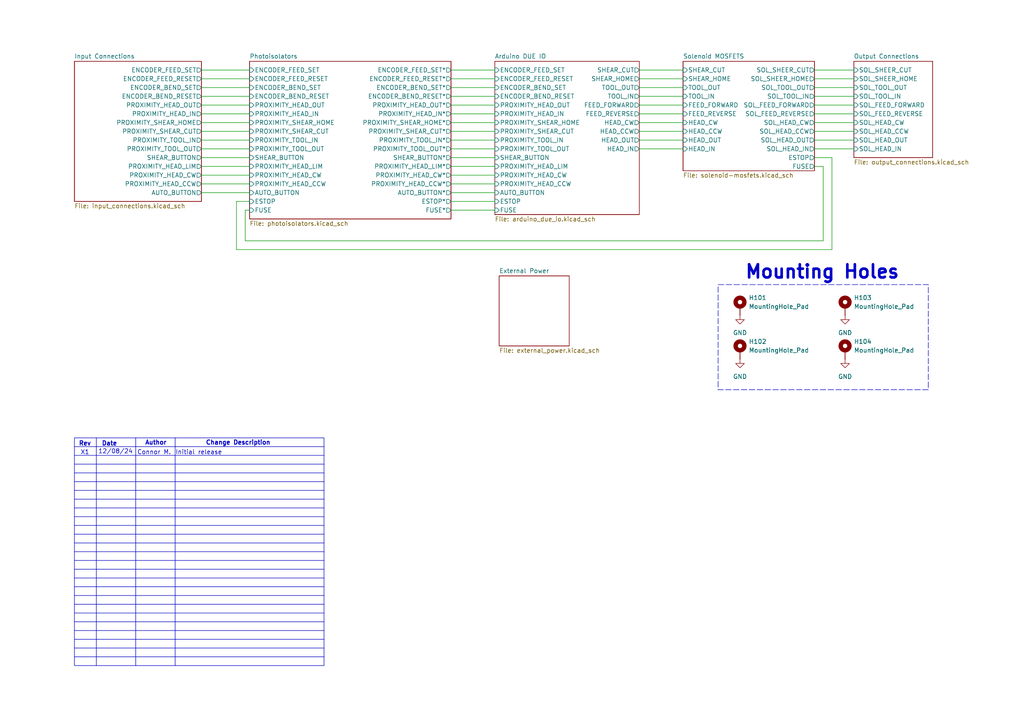
<source format=kicad_sch>
(kicad_sch (version 20231120) (generator "eeschema") (generator_version "8.0")
  (paper "A4")
  (title_block (title "MEP MAXI 85V-1 REV 2 Interface Board") (date "2024-12-08") (rev "X1") (company "McMillan Enterprises") (comment 1 "Firmware: John Gilcreast (johngilcreast@gmail.com)") (comment 2 "Hardware: Connor McMillan (connor@mcmillan.website)"))
  (lib_symbols
    (symbol "Mechanical:MountingHole_Pad" (pin_numbers hide) (pin_names (offset 1.016) hide) (exclude_from_sim yes) (in_bom no)
      (property "Reference" "H" (at 0 6.35 0))
      (property "Value" "MountingHole_Pad" (at 0 4.445 0))
      (symbol "MountingHole_Pad_0_1"
        (circle (center 0 1.27) (radius 1.27) (stroke (width 1.27)))
      )
      (symbol "MountingHole_Pad_1_1"
        (pin input line (at 0 -2.54 90) (length 2.54) (name "1") (number "1"))
      )
    )
    (symbol "power:GND" (power) (pin_numbers hide) (pin_names (offset 0) hide)
      (property "Value" "GND" (at 0 -3.81 0))
      (symbol "GND_0_1"
        (polyline (pts (xy 0 0) (xy 0 -1.27) (xy 1.27 -1.27) (xy 0 -2.54) (xy -1.27 -1.27) (xy 0 -1.27)))
      )
      (symbol "GND_1_1"
        (pin power_in line (at 0 0 270) (length 0) (name "~") (number "1"))
      )
    )
  )
  (wire (pts (xy 185.42 20.32) (xy 198.12 20.32)))
  (polyline (pts (xy 21.59 149.86) (xy 93.98 149.86)))
  (wire (pts (xy 185.42 43.18) (xy 198.12 43.18)))
  (wire (pts (xy 58.42 55.88) (xy 72.39 55.88)))
  (polyline (pts (xy 21.59 160.02) (xy 93.98 160.02)))
  (wire (pts (xy 130.81 40.64) (xy 143.51 40.64)))
  (wire (pts (xy 236.22 43.18) (xy 247.65 43.18)))
  (polyline (pts (xy 21.59 132.08) (xy 93.98 132.08)))
  (wire (pts (xy 236.22 22.86) (xy 247.65 22.86)))
  (wire (pts (xy 241.3 45.72) (xy 241.3 72.39)))
  (polyline (pts (xy 21.59 147.32) (xy 93.98 147.32)))
  (polyline (pts (xy 21.59 144.78) (xy 93.98 144.78)))
  (polyline (pts (xy 21.59 177.8) (xy 93.98 177.8)))
  (polyline (pts (xy 21.59 129.54) (xy 93.98 129.54)))
  (wire (pts (xy 241.3 72.39) (xy 68.58 72.39)))
  (wire (pts (xy 185.42 33.02) (xy 198.12 33.02)))
  (wire (pts (xy 68.58 72.39) (xy 68.58 58.42)))
  (polyline (pts (xy 21.59 175.26) (xy 93.98 175.26)))
  (wire (pts (xy 58.42 53.34) (xy 72.39 53.34)))
  (wire (pts (xy 185.42 25.4) (xy 198.12 25.4)))
  (polyline (pts (xy 21.59 170.18) (xy 93.98 170.18)))
  (polyline (pts (xy 21.59 139.7) (xy 93.98 139.7)))
  (wire (pts (xy 236.22 27.94) (xy 247.65 27.94)))
  (wire (pts (xy 58.42 43.18) (xy 72.39 43.18)))
  (wire (pts (xy 130.81 22.86) (xy 143.51 22.86)))
  (wire (pts (xy 130.81 58.42) (xy 143.51 58.42)))
  (wire (pts (xy 185.42 22.86) (xy 198.12 22.86)))
  (wire (pts (xy 130.81 43.18) (xy 143.51 43.18)))
  (wire (pts (xy 130.81 38.1) (xy 143.51 38.1)))
  (polyline (pts (xy 21.59 180.34) (xy 93.98 180.34)))
  (wire (pts (xy 58.42 38.1) (xy 72.39 38.1)))
  (wire (pts (xy 130.81 35.56) (xy 143.51 35.56)))
  (polyline (pts (xy 21.59 187.96) (xy 93.98 187.96)))
  (wire (pts (xy 236.22 30.48) (xy 247.65 30.48)))
  (polyline (pts (xy 21.59 154.94) (xy 93.98 154.94)))
  (wire (pts (xy 236.22 25.4) (xy 247.65 25.4)))
  (wire (pts (xy 238.76 69.85) (xy 71.12 69.85)))
  (polyline (pts (xy 39.37 127) (xy 39.37 193.04)))
  (wire (pts (xy 58.42 45.72) (xy 72.39 45.72)))
  (wire (pts (xy 185.42 27.94) (xy 198.12 27.94)))
  (wire (pts (xy 58.42 25.4) (xy 72.39 25.4)))
  (polyline (pts (xy 21.59 165.1) (xy 93.98 165.1)))
  (polyline (pts (xy 21.59 172.72) (xy 93.98 172.72)))
  (wire (pts (xy 58.42 20.32) (xy 72.39 20.32)))
  (wire (pts (xy 68.58 58.42) (xy 72.39 58.42)))
  (wire (pts (xy 58.42 50.8) (xy 72.39 50.8)))
  (wire (pts (xy 58.42 22.86) (xy 72.39 22.86)))
  (polyline (pts (xy 21.59 167.64) (xy 93.98 167.64)))
  (polyline (pts (xy 21.59 162.56) (xy 93.98 162.56)))
  (wire (pts (xy 130.81 48.26) (xy 143.51 48.26)))
  (wire (pts (xy 236.22 48.26) (xy 238.76 48.26)))
  (polyline (pts (xy 21.59 137.16) (xy 93.98 137.16)))
  (wire (pts (xy 236.22 20.32) (xy 247.65 20.32)))
  (wire (pts (xy 130.81 53.34) (xy 143.51 53.34)))
  (wire (pts (xy 58.42 27.94) (xy 72.39 27.94)))
  (polyline (pts (xy 27.94 127) (xy 27.94 193.04)))
  (wire (pts (xy 130.81 27.94) (xy 143.51 27.94)))
  (polyline (pts (xy 21.59 142.24) (xy 93.98 142.24)))
  (wire (pts (xy 185.42 35.56) (xy 198.12 35.56)))
  (polyline (pts (xy 21.59 185.42) (xy 93.98 185.42)))
  (wire (pts (xy 130.81 50.8) (xy 143.51 50.8)))
  (wire (pts (xy 130.81 20.32) (xy 143.51 20.32)))
  (wire (pts (xy 58.42 30.48) (xy 72.39 30.48)))
  (polyline (pts (xy 21.59 190.5) (xy 93.98 190.5)))
  (wire (pts (xy 185.42 40.64) (xy 198.12 40.64)))
  (wire (pts (xy 185.42 38.1) (xy 198.12 38.1)))
  (wire (pts (xy 58.42 35.56) (xy 72.39 35.56)))
  (wire (pts (xy 130.81 25.4) (xy 143.51 25.4)))
  (wire (pts (xy 130.81 60.96) (xy 143.51 60.96)))
  (wire (pts (xy 236.22 38.1) (xy 247.65 38.1)))
  (wire (pts (xy 58.42 40.64) (xy 72.39 40.64)))
  (wire (pts (xy 236.22 35.56) (xy 247.65 35.56)))
  (wire (pts (xy 236.22 45.72) (xy 241.3 45.72)))
  (polyline (pts (xy 21.59 182.88) (xy 93.98 182.88)))
  (wire (pts (xy 130.81 30.48) (xy 143.51 30.48)))
  (polyline (pts (xy 21.59 157.48) (xy 93.98 157.48)))
  (wire (pts (xy 130.81 33.02) (xy 143.51 33.02)))
  (wire (pts (xy 58.42 33.02) (xy 72.39 33.02)))
  (wire (pts (xy 130.81 55.88) (xy 143.51 55.88)))
  (wire (pts (xy 58.42 48.26) (xy 72.39 48.26)))
  (polyline (pts (xy 21.59 134.62) (xy 93.98 134.62)))
  (wire (pts (xy 185.42 30.48) (xy 198.12 30.48)))
  (wire (pts (xy 236.22 33.02) (xy 247.65 33.02)))
  (polyline (pts (xy 50.8 127) (xy 50.8 193.04)))
  (wire (pts (xy 71.12 69.85) (xy 71.12 60.96)))
  (wire (pts (xy 130.81 45.72) (xy 143.51 45.72)))
  (polyline (pts (xy 21.59 152.4) (xy 93.98 152.4)))
  (wire (pts (xy 236.22 40.64) (xy 247.65 40.64)))
  (wire (pts (xy 238.76 48.26) (xy 238.76 69.85)))
  (wire (pts (xy 71.12 60.96) (xy 72.39 60.96)))
  (polyline (pts (xy 253.1535 178.1458) (xy 252.2699 178.1458) (xy 252.7564 175.691) (xy 253.9482 174.1724) (xy 253.1535 178.1458)) (stroke (width -0.0001) (type solid)) (fill (type outline)))
  (polyline (pts (xy 256.5675 168.631) (xy 258.4202 167.2862) (xy 257.0753 169.1389) (xy 259.3364 169.498) (xy 257.0753 169.8571) (xy 258.4202 171.7099) (xy 256.5675 170.365) (xy 256.2084 172.626) (xy 255.8493 170.365) (xy 253.9965 171.7099) (xy 255.3414 169.8571) (xy 253.0804 169.498) (xy 255.3414 169.1389) (xy 253.9965 167.2862) (xy 255.8493 168.631) (xy 256.2084 166.37) (xy 256.5675 168.631)) (stroke (width -0.0001) (type solid)) (fill (type outline)))
  (polyline (pts (xy 254.7561 179.2883) (xy 253.9695 179.2883) (xy 253.8839 179.7163) (xy 254.5848 179.7163) (xy 254.551 179.8856) (xy 253.8501 179.8856) (xy 253.7605 180.3356) (xy 254.5748 180.3356) (xy 254.541 180.5088) (xy 253.5275 180.5088) (xy 253.8063 179.115) (xy 254.7899 179.115) (xy 254.7561 179.2883)) (stroke (width -0.0001) (type solid)) (fill (type outline)))
  (polyline (pts (xy 259.4585 179.2883) (xy 258.9826 179.2883) (xy 258.7377 180.5088) (xy 258.5406 180.5088) (xy 258.7835 179.2883) (xy 258.3076 179.2883) (xy 258.3415 179.115) (xy 259.4944 179.115) (xy 259.4585 179.2883)) (stroke (width -0.0001) (type solid)) (fill (type outline)))
  (polyline (pts (xy 257.2096 173.5861) (xy 257.3485 173.5953) (xy 257.4835 173.6105) (xy 257.6143 173.6317) (xy 257.7407 173.6589) (xy 257.8625 173.692) (xy 257.9794 173.7308) (xy 258.0911 173.7755) (xy 258.1976 173.8258) (xy 258.2985 173.8819) (xy 258.3936 173.9435) (xy 258.4826 174.0106) (xy 258.5654 174.0833) (xy 258.6416 174.1614) (xy 258.7111 174.2448) (xy 258.7736 174.3336) (xy 258.1706 174.8405) (xy 258.1232 174.7785) (xy 258.0725 174.7202) (xy 258.0185 174.6656) (xy 257.9902 174.6398) (xy 257.9611 174.6148) (xy 257.9312 174.5908) (xy 257.9004 174.5678) (xy 257.8688 174.5457) (xy 257.8364 174.5246) (xy 257.8031 174.5044) (xy 257.769 174.4853) (xy 257.734 174.4671) (xy 257.6982 174.4499) (xy 257.624 174.4185) (xy 257.5465 174.3912) (xy 257.4655 174.3679) (xy 257.3811 174.3487) (xy 257.2933 174.3338) (xy 257.2021 174.323) (xy 257.1074 174.3165) (xy 257.0093 174.3144) (xy 256.9029 174.3169) (xy 256.7991 174.3243) (xy 256.6979 174.3366) (xy 256.5994 174.3536) (xy 256.5036 174.3752) (xy 256.4106 174.4012) (xy 256.3204 174.4316) (xy 256.2331 174.4661) (xy 256.1488 174.5048) (xy 256.0674 174.5474) (xy 255.9891 174.5938) (xy 255.9139 174.6439) (xy 255.8419 174.6976) (xy 255.7731 174.7547) (xy 255.7075 174.8152) (xy 255.6452 174.8789) (xy 255.5863 174.9457) (xy 255.5308 175.0155) (xy 255.4788 175.088) (xy 255.4303 175.1633) (xy 255.3854 175.2412) (xy 255.3441 175.3215) (xy 255.3065 175.4041) (xy 255.2726 175.489) (xy 255.2425 175.576) (xy 255.2163 175.6649) (xy 255.1939 175.7556) (xy 255.1755 175.8481) (xy 255.1611 175.9422) (xy 255.1507 176.0377) (xy 255.1445 176.1345) (xy 255.1424 176.2326) (xy 255.1438 176.3016) (xy 255.1481 176.3692) (xy 255.1552 176.4351) (xy 255.1651 176.4995) (xy 255.1779 176.5622) (xy 255.1934 176.6232) (xy 255.2118 176.6825) (xy 255.2329 176.7401) (xy 255.2568 176.7958) (xy 255.2835 176.8496) (xy 255.3129 176.9015) (xy 255.345 176.9515) (xy 255.3799 176.9994) (xy 255.4175 177.0453) (xy 255.4578 177.0891) (xy 255.5008 177.1308) (xy 255.5465 177.1703) (xy 255.5949 177.2076) (xy 255.646 177.2426) (xy 255.6997 177.2753) (xy 255.756 177.3056) (xy 255.815 177.3336) (xy 255.8766 177.3591) (xy 255.9408 177.3821) (xy 256.0076 177.4025) (xy 256.077 177.4204) (xy 256.149 177.4356) (xy 256.2236 177.4482) (xy 256.3007 177.458) (xy 256.3804 177.4651) (xy 256.4627 177.4694) (xy 256.5474 177.4709) (xy 256.6405 177.4689) (xy 256.732 177.463) (xy 256.8219 177.4532) (xy 256.9102 177.4393) (xy 256.9968 177.4214) (xy 257.0816 177.3995) (xy 257.1647 177.3735) (xy 257.2459 177.3433) (xy 257.3253 177.3091) (xy 257.4027 177.2707) (xy 257.4781 177.2281) (xy 257.5515 177.1812) (xy 257.6229 177.1302) (xy 257.6921 177.0748) (xy 257.7592 177.0152) (xy 257.8241 176.9512) (xy 258.3116 177.4772) (xy 258.2274 177.5678) (xy 258.1383 177.6521) (xy 258.0447 177.73) (xy 257.9466 177.8016) (xy 257.8442 177.8671) (xy 257.7376 177.9265) (xy 257.6272 177.9799) (xy 257.5129 178.0274) (xy 257.3951 178.069) (xy 257.2738 178.1048) (xy 257.1492 178.1349) (xy 257.0215 178.1593) (xy 256.8909 178.1782) (xy 256.7576 178.1916) (xy 256.6216 178.1996) (xy 256.4832 178.2022) (xy 256.3567 178.1999) (xy 256.2335 178.1932) (xy 256.1137 178.1819) (xy 255.9972 178.1664) (xy 255.8841 178.1465) (xy 255.7745 178.1225) (xy 255.6684 178.0944) (xy 255.5659 178.0622) (xy 255.467 178.026) (xy 255.3718 177.986) (xy 255.2803 177.9422) (xy 255.1925 177.8947) (xy 255.1086 177.8435) (xy 255.0285 177.7888) (xy 254.9524 177.7305) (xy 254.8801 177.6689) (xy 254.8119 177.604) (xy 254.7478 177.5358) (xy 254.6877 177.4644) (xy 254.6318 177.3899) (xy 254.5801 177.3124) (xy 254.5326 177.232) (xy 254.4895 177.1488) (xy 254.4506 177.0627) (xy 254.4162 176.974) (xy 254.3862 176.8826) (xy 254.3606 176.7887) (xy 254.3396 176.6924) (xy 254.3232 176.5936) (xy 254.3114 176.4926) (xy 254.3043 176.3893) (xy 254.302 176.2839) (xy 254.3052 176.1424) (xy 254.3147 176.003) (xy 254.3305 175.866) (xy 254.3524 175.7313) (xy 254.3803 175.5993) (xy 254.4142 175.4701) (xy 254.4539 175.3437) (xy 254.4994 175.2205) (xy 254.5506 175.1004) (xy 254.6073 174.9838) (xy 254.6695 174.8706) (xy 254.737 174.7612) (xy 254.8099 174.6556) (xy 254.8879 174.5539) (xy 254.9709 174.4565) (xy 255.059 174.3633) (xy 255.1519 174.2746) (xy 255.2497 174.1905) (xy 255.3521 174.1111) (xy 255.4591 174.0367) (xy 255.5707 173.9673) (xy 255.6866 173.9032) (xy 255.8069 173.8444) (xy 255.9313 173.7912) (xy 256.0599 173.7437) (xy 256.1925 173.702) (xy 256.329 173.6663) (xy 256.4693 173.6367) (xy 256.6134 173.6134) (xy 256.7611 173.5966) (xy 256.9124 173.5864) (xy 257.0671 173.583) (xy 257.2096 173.5861)) (stroke (width -0.0001) (type solid)) (fill (type outline)))
  (polyline (pts (xy 261.6346 176.6368) (xy 263.9635 173.6472) (xy 264.682 173.6472) (xy 263.7839 178.138) (xy 262.9948 178.138) (xy 263.5785 175.1933) (xy 261.6603 177.6248) (xy 261.2882 177.6248) (xy 260.2617 175.1356) (xy 259.665 178.138) (xy 258.8695 178.138) (xy 259.7677 173.6472) (xy 260.4478 173.6472) (xy 261.6346 176.6368)) (stroke (width -0.0001) (type solid)) (fill (type outline)))
  (polyline (pts (xy 278.9879 178.138) (xy 278.1603 178.138) (xy 277.9229 177.0987) (xy 275.6646 177.0987) (xy 275.0167 178.138) (xy 274.1249 178.138) (xy 275.2258 176.4443) (xy 276.0752 176.4443) (xy 277.7689 176.4443) (xy 277.3134 174.4683) (xy 276.0752 176.4443) (xy 275.2258 176.4443) (xy 277.044 173.6472) (xy 277.8716 173.6472) (xy 278.9879 178.138)) (stroke (width -0.0001) (type solid)) (fill (type outline)))
  (polyline (pts (xy 267.9407 173.6472) (xy 268.7746 173.6472) (xy 268.0176 177.4324) (xy 270.3657 177.4324) (xy 270.2246 178.138) (xy 267.0424 178.138) (xy 267.9407 173.6472) (xy 267.9407 173.6472)) (stroke (width -0.0001) (type solid)) (fill (type outline)))
  (polyline (pts (xy 271.7834 173.6472) (xy 272.6174 173.6472) (xy 271.8604 177.4324) (xy 274.2085 177.4324) (xy 274.0673 178.138) (xy 270.8852 178.138) (xy 271.7834 173.6472) (xy 271.7834 173.6472)) (stroke (width -0.0001) (type solid)) (fill (type outline)))
  (polyline (pts (xy 271.7735 179.0996) (xy 271.8052 179.101) (xy 271.8367 179.1034) (xy 271.8677 179.1068) (xy 271.8984 179.1111) (xy 271.9285 179.1163) (xy 271.9581 179.1224) (xy 271.9871 179.1295) (xy 272.0154 179.1374) (xy 272.043 179.1462) (xy 272.0697 179.1558) (xy 272.0956 179.1663) (xy 272.1206 179.1776) (xy 272.1446 179.1898) (xy 272.1676 179.2028) (xy 272.1894 179.2166) (xy 272.1098 179.3798) (xy 272.09 179.3664) (xy 272.0696 179.3539) (xy 272.0485 179.3422) (xy 272.0269 179.3313) (xy 272.0046 179.3213) (xy 271.9819 179.3122) (xy 271.9586 179.3039) (xy 271.9348 179.2965) (xy 271.9106 179.2899) (xy 271.886 179.2842) (xy 271.861 179.2794) (xy 271.8357 179.2754) (xy 271.81 179.2723) (xy 271.7841 179.2701) (xy 271.7579 179.2688) (xy 271.7315 179.2684) (xy 271.6895 179.2695) (xy 271.6496 179.2728) (xy 271.6119 179.2783) (xy 271.5764 179.2859) (xy 271.5432 179.2955) (xy 271.5124 179.307) (xy 271.4841 179.3204) (xy 271.4584 179.3355) (xy 271.4354 179.3524) (xy 271.425 179.3615) (xy 271.4152 179.371) (xy 271.4062 179.3809) (xy 271.3978 179.3911) (xy 271.3903 179.4018) (xy 271.3834 179.4128) (xy 271.3774 179.4242) (xy 271.3721 179.4359) (xy 271.3675 179.448) (xy 271.3638 179.4604) (xy 271.3609 179.4731) (xy 271.3588 179.4862) (xy 271.3576 179.4996) (xy 271.3571 179.5132) (xy 271.3592 179.5394) (xy 271.3652 179.5633) (xy 271.3748 179.585) (xy 271.3879 179.6047) (xy 271.404 179.6226) (xy 271.4231 179.6389) (xy 271.4448 179.6537) (xy 271.4688 179.6673) (xy 271.495 179.6798) (xy 271.5229 179.6914) (xy 271.5833 179.7127) (xy 271.7146 179.7527) (xy 271.7812 179.7742) (xy 271.8458 179.7988) (xy 271.8766 179.8126) (xy 271.9062 179.8278) (xy 271.9341 179.8444) (xy 271.9603 179.8627) (xy 271.9843 179.8828) (xy 272.006 179.905) (xy 272.0251 179.9294) (xy 272.0413 179.9561) (xy 272.0543 179.9855) (xy 272.0639 180.0175) (xy 272.0699 180.0526) (xy 272.072 180.0907) (xy 272.0713 180.1158) (xy 272.0692 180.1402) (xy 272.0657 180.164) (xy 272.0609 180.1871) (xy 272.0547 180.2095) (xy 272.0473 180.2313) (xy 272.0386 180.2524) (xy 272.0286 180.2728) (xy 272.0174 180.2924) (xy 272.0051 180.3114) (xy 271.9915 180.3296) (xy 271.9768 180.347) (xy 271.961 180.3638) (xy 271.9442 180.3797) (xy 271.9262 180.3949) (xy 271.9072 180.4093) (xy 271.8872 180.4229) (xy 271.8662 180.4357) (xy 271.8442 180.4477) (xy 271.8213 180.4588) (xy 271.7975 180.4692) (xy 271.7728 180.4787) (xy 271.7472 180.4873) (xy 271.7208 180.495) (xy 271.6936 180.5019) (xy 271.6656 180.5079) (xy 271.6369 180.513) (xy 271.6074 180.5172) (xy 271.5772 180.5205) (xy 271.5463 180.5229) (xy 271.5147 180.5243) (xy 271.4826 180.5248) (xy 271.4427 180.5239) (xy 271.4031 180.5214) (xy 271.364 180.5174) (xy 271.3255 180.5118) (xy 271.2876 180.5048) (xy 271.2507 180.4964) (xy 271.2147 180.4868) (xy 271.1799 180.476) (xy 271.1464 180.4641) (xy 271.1144 180.4511) (xy 271.084 180.4371) (xy 271.0553 180.4223) (xy 271.0285 180.4066) (xy 271.0037 180.3902) (xy 270.9811 180.3732) (xy 270.9609 180.3555) (xy 271.0485 180.1962) (xy 271.069 180.2141) (xy 271.0911 180.2311) (xy 271.1146 180.2471) (xy 271.1393 180.2623) (xy 271.1652 180.2764) (xy 271.1922 180.2895) (xy 271.2202 180.3015) (xy 271.2491 180.3125) (xy 271.2788 180.3222) (xy 271.3092 180.3308) (xy 271.3402 180.3382) (xy 271.3716 180.3443) (xy 271.4035 180.3492) (xy 271.4357 180.3527) (xy 271.468 180.3548) (xy 271.5005 180.3555) (xy 271.5418 180.3545) (xy 271.5812 180.3515) (xy 271.6188 180.3466) (xy 271.6542 180.3398) (xy 271.6875 180.331) (xy 271.7184 180.3204) (xy 271.747 180.308) (xy 271.773 180.2938) (xy 271.7964 180.2778) (xy 271.8071 180.2691) (xy 271.8171 180.26) (xy 271.8263 180.2505) (xy 271.8348 180.2406) (xy 271.8426 180.2302) (xy 271.8496 180.2194) (xy 271.8559 180.2082) (xy 271.8613 180.1966) (xy 271.866 180.1846) (xy 271.8699 180.1722) (xy 271.8729 180.1594) (xy 271.875 180.1461) (xy 271.8764 180.1325) (xy 271.8768 180.1185) (xy 271.8747 180.0925) (xy 271.8688 180.0689) (xy 271.8591 180.0475) (xy 271.8461 180.0281) (xy 271.8299 180.0106) (xy 271.8108 179.9946) (xy 271.7892 179.9801) (xy 271.7651 179.9668) (xy 271.739 179.9547) (xy 271.711 179.9433) (xy 271.6506 179.9225) (xy 271.5194 179.8831) (xy 271.4528 179.8614) (xy 271.3882 179.8364) (xy 271.3573 179.8221) (xy 271.3278 179.8065) (xy 271.2998 179.7892) (xy 271.2737 179.7702) (xy 271.2497 179.7492) (xy 271.228 179.7261) (xy 271.2089 179.7006) (xy 271.1927 179.6725) (xy 271.1797 179.6417) (xy 271.1701 179.608) (xy 271.1641 179.5712) (xy 271.162 179.5311) (xy 271.1627 179.5064) (xy 271.1648 179.4823) (xy 271.1682 179.4588) (xy 271.173 179.436) (xy 271.179 179.4137) (xy 271.1863 179.3922) (xy 271.1949 179.3713) (xy 271.2047 179.3511) (xy 271.2157 179.3315) (xy 271.2278 179.3127) (xy 271.2411 179.2946) (xy 271.2556 179.2772) (xy 271.2711 179.2605) (xy 271.2877 179.2446) (xy 271.3054 179.2294) (xy 271.324 179.215) (xy 271.3437 179.2014) (xy 271.3644 179.1886) (xy 271.386 179.1766) (xy 271.4085 179.1654) (xy 271.4319 179.1551) (xy 271.4562 179.1455) (xy 271.4813 179.1369) (xy 271.5073 179.1291) (xy 271.534 179.1221) (xy 271.5615 179.1161) (xy 271.5898 179.1109) (xy 271.6188 179.1067) (xy 271.6485 179.1034) (xy 271.6788 179.101) (xy 271.7098 179.0995) (xy 271.7415 179.0991) (xy 271.7735 179.0996)) (stroke (width -0.0001) (type solid)) (fill (type outline)))
  (polyline (pts (xy 256.8196 180.1882) (xy 257.0326 179.115) (xy 257.2317 179.115) (xy 256.953 180.5088) (xy 256.7897 180.5088) (xy 256.1664 179.4356) (xy 255.9533 180.5088) (xy 255.7543 180.5088) (xy 256.033 179.115) (xy 256.1963 179.115) (xy 256.8196 180.1882)) (stroke (width -0.0001) (type solid)) (fill (type outline)))
  (polyline (pts (xy 274.4101 179.2883) (xy 273.6236 179.2883) (xy 273.538 179.7163) (xy 274.2389 179.7163) (xy 274.205 179.8856) (xy 273.5041 179.8856) (xy 273.4145 180.3356) (xy 274.2289 180.3356) (xy 274.1951 180.5088) (xy 273.1816 180.5088) (xy 273.4603 179.115) (xy 274.444 179.115) (xy 274.4101 179.2883)) (stroke (width -0.0001) (type solid)) (fill (type outline)))
  (polyline (pts (xy 250.7465 176.4644) (xy 253.3547 173.1168) (xy 253.3604 173.1168) (xy 250.7465 176.4644)) (stroke (width -0.0001) (type solid)) (fill (type outline)))
  (polyline (pts (xy 265.8943 173.6472) (xy 266.7283 173.6472) (xy 265.8301 178.138) (xy 264.996 178.138) (xy 265.8943 173.6472) (xy 265.8943 173.6472)) (stroke (width -0.0001) (type solid)) (fill (type outline)))
  (rectangle (start 21.59 127) (end 93.98 193.04))
  (polyline (pts (xy 265.7479 179.1168) (xy 265.8038 179.122) (xy 265.8564 179.1305) (xy 265.9055 179.1424) (xy 265.9288 179.1496) (xy 265.9511 179.1576) (xy 265.9726 179.1663) (xy 265.9932 179.1759) (xy 266.0128 179.1863) (xy 266.0315 179.1974) (xy 266.0493 179.2094) (xy 266.0662 179.222) (xy 266.0821 179.2355) (xy 266.097 179.2497) (xy 266.111 179.2646) (xy 266.124 179.2803) (xy 266.136 179.2967) (xy 266.147 179.3138) (xy 266.157 179.3317) (xy 266.166 179.3502) (xy 266.174 179.3695) (xy 266.1809 179.3894) (xy 266.1868 179.41) (xy 266.1916 179.4314) (xy 266.1954 179.4533) (xy 266.1981 179.476) (xy 266.1998 179.4993) (xy 266.2003 179.5232) (xy 266.1996 179.5562) (xy 266.1974 179.5883) (xy 266.1938 179.6195) (xy 266.1888 179.6498) (xy 266.1823 179.6791) (xy 266.1745 179.7076) (xy 266.1654 179.7351) (xy 266.1548 179.7616) (xy 266.143 179.7872) (xy 266.1299 179.8118) (xy 266.1154 179.8355) (xy 266.0997 179.8581) (xy 266.0828 179.8798) (xy 266.0646 179.9004) (xy 266.0452 179.92) (xy 266.0246 179.9386) (xy 266.0029 179.9561) (xy 265.9799 179.9726) (xy 265.9558 179.988) (xy 265.9307 180.0024) (xy 265.9043 180.0156) (xy 265.877 180.0278) (xy 265.8485 180.0388) (xy 265.819 180.0488) (xy 265.7884 180.0576) (xy 265.7569 180.0652) (xy 265.7243 180.0717) (xy 265.6908 180.0771) (xy 265.6563 180.0813) (xy 265.6209 180.0843) (xy 265.5845 180.0861) (xy 265.5473 180.0867) (xy 265.1749 180.0867) (xy 265.0912 180.5088) (xy 264.8922 180.5088) (xy 265.0113 179.9134) (xy 265.2108 179.9134) (xy 265.5512 179.9134) (xy 265.6032 179.9119) (xy 265.6523 179.9075) (xy 265.6985 179.9001) (xy 265.7417 179.8897) (xy 265.7621 179.8834) (xy 265.7818 179.8764) (xy 265.8007 179.8687) (xy 265.8188 179.8602) (xy 265.8361 179.851) (xy 265.8525 179.8411) (xy 265.8682 179.8305) (xy 265.883 179.8191) (xy 265.897 179.807) (xy 265.9102 179.7943) (xy 265.9225 179.7808) (xy 265.934 179.7665) (xy 265.9445 179.7516) (xy 265.9542 179.736) (xy 265.9631 179.7197) (xy 265.971 179.7026) (xy 265.978 179.6849) (xy 265.9841 179.6664) (xy 265.9893 179.6473) (xy 265.9936 179.6274) (xy 265.9969 179.6069) (xy 265.9993 179.5857) (xy 266.0008 179.5637) (xy 266.0013 179.5411) (xy 266.0009 179.5257) (xy 265.9999 179.5107) (xy 265.9981 179.4962) (xy 265.9957 179.4822) (xy 265.9926 179.4687) (xy 265.9888 179.4557) (xy 265.9844 179.4431) (xy 265.9793 179.4311) (xy 265.9735 179.4195) (xy 265.9671 179.4084) (xy 265.96 179.3977) (xy 265.9523 179.3876) (xy 265.944 179.378) (xy 265.935 179.3688) (xy 265.9254 179.3602) (xy 265.9151 179.352) (xy 265.9043 179.3443) (xy 265.8928 179.3371) (xy 265.8807 179.3304) (xy 265.868 179.3242) (xy 265.8548 179.3185) (xy 265.8409 179.3132) (xy 265.8264 179.3085) (xy 265.8114 179.3043) (xy 265.7958 179.3005) (xy 265.7796 179.2973) (xy 265.7628 179.2945) (xy 265.7455 179.2923) (xy 265.7276 179.2905) (xy 265.7092 179.2893) (xy 265.6903 179.2885) (xy 265.6707 179.2883) (xy 265.3362 179.2883) (xy 265.2108 179.9134) (xy 265.0113 179.9134) (xy 265.1709 179.115) (xy 265.6886 179.115) (xy 265.7479 179.1168)) (stroke (width -0.0001) (type solid)) (fill (type outline)))
  (polyline (pts (xy 268.0606 179.1168) (xy 268.1168 179.122) (xy 268.1697 179.1305) (xy 268.219 179.1424) (xy 268.2424 179.1496) (xy 268.2649 179.1576) (xy 268.2864 179.1663) (xy 268.3071 179.1759) (xy 268.3268 179.1863) (xy 268.3456 179.1974) (xy 268.3634 179.2094) (xy 268.3803 179.222) (xy 268.3963 179.2355) (xy 268.4113 179.2497) (xy 268.4253 179.2646) (xy 268.4383 179.2803) (xy 268.4503 179.2967) (xy 268.4614 179.3138) (xy 268.4714 179.3317) (xy 268.4804 179.3502) (xy 268.4884 179.3695) (xy 268.4953 179.3894) (xy 268.5012 179.41) (xy 268.5061 179.4314) (xy 268.5099 179.4533) (xy 268.5126 179.476) (xy 268.5142 179.4993) (xy 268.5148 179.5232) (xy 268.5129 179.5741) (xy 268.5107 179.5987) (xy 268.5076 179.6227) (xy 268.5036 179.6463) (xy 268.4987 179.6692) (xy 268.493 179.6917) (xy 268.4864 179.7135) (xy 268.479 179.7348) (xy 268.4707 179.7555) (xy 268.4616 179.7756) (xy 268.4517 179.7952) (xy 268.441 179.8142) (xy 268.4296 179.8325) (xy 268.4173 179.8503) (xy 268.4042 179.8674) (xy 268.3904 179.884) (xy 268.3758 179.8999) (xy 268.3605 179.9152) (xy 268.3444 179.9299) (xy 268.3276 179.9439) (xy 268.31 179.9573) (xy 268.2918 179.97) (xy 268.2728 179.9821) (xy 268.2328 180.0044) (xy 268.19 180.0239) (xy 268.1446 180.0407) (xy 268.0966 180.0548) (xy 268.3514 180.5088) (xy 268.1404 180.5088) (xy 267.8975 180.0827) (xy 267.4873 180.0827) (xy 267.4037 180.5088) (xy 267.2026 180.5088) (xy 267.3217 179.9134) (xy 267.5212 179.9134) (xy 267.8656 179.9134) (xy 267.9176 179.9119) (xy 267.9667 179.9075) (xy 268.0129 179.9001) (xy 268.0561 179.8897) (xy 268.0765 179.8834) (xy 268.0962 179.8764) (xy 268.115 179.8687) (xy 268.1331 179.8602) (xy 268.1504 179.851) (xy 268.1669 179.8411) (xy 268.1826 179.8305) (xy 268.1974 179.8191) (xy 268.2114 179.807) (xy 268.2246 179.7943) (xy 268.2369 179.7808) (xy 268.2483 179.7665) (xy 268.2589 179.7516) (xy 268.2686 179.736) (xy 268.2774 179.7197) (xy 268.2853 179.7026) (xy 268.2924 179.6849) (xy 268.2985 179.6664) (xy 268.3037 179.6473) (xy 268.308 179.6274) (xy 268.3113 179.6069) (xy 268.3137 179.5857) (xy 268.3151 179.5637) (xy 268.3156 179.5411) (xy 268.3153 179.5257) (xy 268.3142 179.5107) (xy 268.3125 179.4962) (xy 268.3101 179.4822) (xy 268.307 179.4687) (xy 268.3032 179.4557) (xy 268.2987 179.4431) (xy 268.2936 179.4311) (xy 268.2878 179.4195) (xy 268.2814 179.4084) (xy 268.2743 179.3977) (xy 268.2666 179.3876) (xy 268.2582 179.378) (xy 268.2492 179.3688) (xy 268.2395 179.3602) (xy 268.2293 179.352) (xy 268.2184 179.3443) (xy 268.2068 179.3371) (xy 268.1947 179.3304) (xy 268.1819 179.3242) (xy 268.1686 179.3185) (xy 268.1546 179.3132) (xy 268.1401 179.3085) (xy 268.1249 179.3043) (xy 268.1092 179.3005) (xy 268.0929 179.2973) (xy 268.076 179.2945) (xy 268.0585 179.2923) (xy 268.0405 179.2905) (xy 268.0219 179.2893) (xy 268.0028 179.2885) (xy 267.9831 179.2883) (xy 267.6466 179.2883) (xy 267.5212 179.9134) (xy 267.3217 179.9134) (xy 267.4813 179.115) (xy 268.001 179.115) (xy 268.0606 179.1168)) (stroke (width -0.0001) (type solid)) (fill (type outline)))
  (rectangle (start 208.28 82.55) (end 269.24 113.03) (stroke (width 0) (type dash)))
  (polyline (pts (xy 276.1293 179.0996) (xy 276.1611 179.101) (xy 276.1925 179.1034) (xy 276.2236 179.1068) (xy 276.2542 179.1111) (xy 276.2844 179.1163) (xy 276.314 179.1224) (xy 276.3429 179.1295) (xy 276.3712 179.1374) (xy 276.3988 179.1462) (xy 276.4256 179.1558) (xy 276.4515 179.1663) (xy 276.4765 179.1776) (xy 276.5005 179.1898) (xy 276.5234 179.2028) (xy 276.5453 179.2166) (xy 276.4657 179.3798) (xy 276.4459 179.3664) (xy 276.4255 179.3539) (xy 276.4044 179.3422) (xy 276.3827 179.3313) (xy 276.3605 179.3213) (xy 276.3377 179.3122) (xy 276.3144 179.3039) (xy 276.2907 179.2965) (xy 276.2665 179.2899) (xy 276.2419 179.2842) (xy 276.2169 179.2794) (xy 276.1915 179.2754) (xy 276.1659 179.2723) (xy 276.1399 179.2701) (xy 276.1137 179.2688) (xy 276.0873 179.2684) (xy 276.0454 179.2695) (xy 276.0055 179.2728) (xy 275.9677 179.2783) (xy 275.9322 179.2859) (xy 275.899 179.2955) (xy 275.8683 179.307) (xy 275.84 179.3204) (xy 275.8143 179.3355) (xy 275.7913 179.3524) (xy 275.7808 179.3615) (xy 275.7711 179.371) (xy 275.762 179.3809) (xy 275.7537 179.3911) (xy 275.7461 179.4018) (xy 275.7393 179.4128) (xy 275.7332 179.4242) (xy 275.7279 179.4359) (xy 275.7234 179.448) (xy 275.7197 179.4604) (xy 275.7168 179.4731) (xy 275.7147 179.4862) (xy 275.7134 179.4996) (xy 275.713 179.5132) (xy 275.715 179.5394) (xy 275.721 179.5633) (xy 275.7307 179.585) (xy 275.7437 179.6047) (xy 275.7599 179.6226) (xy 275.779 179.6389) (xy 275.8006 179.6537) (xy 275.8247 179.6673) (xy 275.8508 179.6798) (xy 275.8788 179.6914) (xy 275.9392 179.7127) (xy 276.0704 179.7527) (xy 276.1371 179.7742) (xy 276.2017 179.7988) (xy 276.2325 179.8126) (xy 276.262 179.8278) (xy 276.29 179.8444) (xy 276.3161 179.8627) (xy 276.3402 179.8828) (xy 276.3619 179.905) (xy 276.3809 179.9294) (xy 276.3971 179.9561) (xy 276.4102 179.9855) (xy 276.4198 180.0175) (xy 276.4258 180.0526) (xy 276.4278 180.0907) (xy 276.4271 180.1158) (xy 276.425 180.1402) (xy 276.4215 180.164) (xy 276.4167 180.1871) (xy 276.4106 180.2095) (xy 276.4031 180.2313) (xy 276.3944 180.2524) (xy 276.3845 180.2728) (xy 276.3733 180.2924) (xy 276.3609 180.3114) (xy 276.3474 180.3296) (xy 276.3327 180.347) (xy 276.3169 180.3638) (xy 276.3 180.3797) (xy 276.2821 180.3949) (xy 276.2631 180.4093) (xy 276.243 180.4229) (xy 276.222 180.4357) (xy 276.2001 180.4477) (xy 276.1772 180.4588) (xy 276.1534 180.4692) (xy 276.1287 180.4787) (xy 276.1031 180.4873) (xy 276.0767 180.495) (xy 276.0495 180.5019) (xy 276.0215 180.5079) (xy 275.9927 180.513) (xy 275.9632 180.5172) (xy 275.933 180.5205) (xy 275.9021 180.5229) (xy 275.8706 180.5243) (xy 275.8384 180.5248) (xy 275.7986 180.5239) (xy 275.759 180.5214) (xy 275.7199 180.5174) (xy 275.6813 180.5118) (xy 275.6435 180.5048) (xy 275.6065 180.4964) (xy 275.5706 180.4868) (xy 275.5358 180.476) (xy 275.5023 180.4641) (xy 275.4703 180.4511) (xy 275.4398 180.4371) (xy 275.4111 180.4223) (xy 275.3843 180.4066) (xy 275.3596 180.3902) (xy 275.337 180.3732) (xy 275.3167 180.3555) (xy 275.4043 180.1962) (xy 275.4249 180.2141) (xy 275.447 180.2311) (xy 275.4704 180.2471) (xy 275.4951 180.2623) (xy 275.5211 180.2764) (xy 275.5481 180.2895) (xy 275.5761 180.3015) (xy 275.605 180.3125) (xy 275.6347 180.3222) (xy 275.665 180.3308) (xy 275.696 180.3382) (xy 275.7275 180.3443) (xy 275.7594 180.3492) (xy 275.7915 180.3527) (xy 275.8239 180.3548) (xy 275.8563 180.3555) (xy 275.8976 180.3545) (xy 275.9371 180.3515) (xy 275.9746 180.3466) (xy 276.0101 180.3398) (xy 276.0433 180.331) (xy 276.0743 180.3204) (xy 276.1028 180.308) (xy 276.1289 180.2938) (xy 276.1523 180.2778) (xy 276.1629 180.2691) (xy 276.1729 180.26) (xy 276.1822 180.2505) (xy 276.1907 180.2406) (xy 276.1985 180.2302) (xy 276.2055 180.2194) (xy 276.2117 180.2082) (xy 276.2172 180.1966) (xy 276.2219 180.1846) (xy 276.2257 180.1722) (xy 276.2287 180.1594) (xy 276.2309 180.1461) (xy 276.2322 180.1325) (xy 276.2327 180.1185) (xy 276.2306 180.0925) (xy 276.2246 180.0689) (xy 276.215 180.0475) (xy 276.2019 180.0281) (xy 276.1858 180.0106) (xy 276.1667 179.9946) (xy 276.145 179.9801) (xy 276.121 179.9668) (xy 276.0948 179.9547) (xy 276.0669 179.9433) (xy 276.0065 179.9225) (xy 275.8753 179.8831) (xy 275.8086 179.8614) (xy 275.744 179.8364) (xy 275.7132 179.8221) (xy 275.6837 179.8065) (xy 275.6557 179.7892) (xy 275.6296 179.7702) (xy 275.6055 179.7492) (xy 275.5839 179.7261) (xy 275.5648 179.7006) (xy 275.5486 179.6725) (xy 275.5356 179.6417) (xy 275.5259 179.608) (xy 275.5199 179.5712) (xy 275.5179 179.5311) (xy 275.5186 179.5064) (xy 275.5207 179.4823) (xy 275.5241 179.4588) (xy 275.5288 179.436) (xy 275.5349 179.4137) (xy 275.5422 179.3922) (xy 275.5507 179.3713) (xy 275.5605 179.3511) (xy 275.5715 179.3315) (xy 275.5837 179.3127) (xy 275.597 179.2946) (xy 275.6114 179.2772) (xy 275.627 179.2605) (xy 275.6436 179.2446) (xy 275.6612 179.2294) (xy 275.6799 179.215) (xy 275.6996 179.2014) (xy 275.7202 179.1886) (xy 275.7418 179.1766) (xy 275.7643 179.1654) (xy 275.7877 179.1551) (xy 275.812 179.1455) (xy 275.8372 179.1369) (xy 275.8631 179.1291) (xy 275.8899 179.1221) (xy 275.9174 179.1161) (xy 275.9457 179.1109) (xy 275.9746 179.1067) (xy 276.0043 179.1034) (xy 276.0347 179.101) (xy 276.0657 179.0995) (xy 276.0973 179.0991) (xy 276.1293 179.0996)) (stroke (width -0.0001) (type solid)) (fill (type outline)))
  (polyline (pts (xy 269.742 180.5088) (xy 269.5428 180.5088) (xy 269.8216 179.115) (xy 270.0207 179.115) (xy 269.742 180.5088)) (stroke (width -0.0001) (type solid)) (fill (type outline)))
  (polyline (pts (xy 255.6309 171.3835) (xy 250.7752 177.5709) (xy 250.3586 177.5709) (xy 249.2093 174.7836) (xy 248.5411 178.1458) (xy 247.65 178.1458) (xy 248.6561 173.1168) (xy 249.4176 173.1168) (xy 250.5762 176.0359) (xy 250.7465 176.4644) (xy 253.3604 173.1168) (xy 254.2279 172.0057) (xy 255.5745 171.0282) (xy 255.6309 171.3835)) (stroke (width -0.0001) (type solid)) (fill (type outline)))
  (polyline (pts (xy 250.7465 176.4644) (xy 253.3547 173.1168) (xy 253.3604 173.1168) (xy 250.7465 176.4644)) (stroke (width -0.0001) (type solid)) (fill (type outline)))
  (polyline (pts (xy 263.4099 179.1168) (xy 263.4662 179.122) (xy 263.519 179.1305) (xy 263.5684 179.1424) (xy 263.5917 179.1496) (xy 263.6142 179.1576) (xy 263.6358 179.1663) (xy 263.6564 179.1759) (xy 263.6761 179.1863) (xy 263.6949 179.1974) (xy 263.7128 179.2094) (xy 263.7297 179.222) (xy 263.7456 179.2355) (xy 263.7606 179.2497) (xy 263.7746 179.2646) (xy 263.7877 179.2803) (xy 263.7997 179.2967) (xy 263.8107 179.3138) (xy 263.8207 179.3317) (xy 263.8298 179.3502) (xy 263.8377 179.3695) (xy 263.8447 179.3894) (xy 263.8506 179.41) (xy 263.8554 179.4314) (xy 263.8592 179.4533) (xy 263.8619 179.476) (xy 263.8636 179.4993) (xy 263.8641 179.5232) (xy 263.8623 179.5741) (xy 263.86 179.5987) (xy 263.8569 179.6227) (xy 263.8529 179.6463) (xy 263.848 179.6692) (xy 263.8423 179.6917) (xy 263.8357 179.7135) (xy 263.8283 179.7348) (xy 263.8201 179.7555) (xy 263.811 179.7756) (xy 263.8011 179.7952) (xy 263.7904 179.8142) (xy 263.7789 179.8325) (xy 263.7666 179.8503) (xy 263.7536 179.8674) (xy 263.7398 179.884) (xy 263.7252 179.8999) (xy 263.7098 179.9152) (xy 263.6937 179.9299) (xy 263.6769 179.9439) (xy 263.6594 179.9573) (xy 263.6411 179.97) (xy 263.6221 179.9821) (xy 263.5821 180.0044) (xy 263.5394 180.0239) (xy 263.4939 180.0407) (xy 263.4459 180.0548) (xy 263.7008 180.5088) (xy 263.4898 180.5088) (xy 263.2469 180.0827) (xy 262.8366 180.0827) (xy 262.753 180.5088) (xy 262.5519 180.5088) (xy 262.671 179.9134) (xy 262.8705 179.9134) (xy 263.215 179.9134) (xy 263.267 179.9119) (xy 263.3161 179.9075) (xy 263.3622 179.9001) (xy 263.4054 179.8897) (xy 263.4259 179.8834) (xy 263.4455 179.8764) (xy 263.4644 179.8687) (xy 263.4825 179.8602) (xy 263.4998 179.851) (xy 263.5163 179.8411) (xy 263.5319 179.8305) (xy 263.5468 179.8191) (xy 263.5608 179.807) (xy 263.5739 179.7943) (xy 263.5862 179.7808) (xy 263.5977 179.7665) (xy 263.6082 179.7516) (xy 263.618 179.736) (xy 263.6268 179.7197) (xy 263.6347 179.7026) (xy 263.6417 179.6849) (xy 263.6478 179.6664) (xy 263.653 179.6473) (xy 263.6573 179.6274) (xy 263.6607 179.6069) (xy 263.663 179.5857) (xy 263.6645 179.5637) (xy 263.665 179.5411) (xy 263.6646 179.5257) (xy 263.6636 179.5107) (xy 263.6618 179.4962) (xy 263.6594 179.4822) (xy 263.6563 179.4687) (xy 263.6525 179.4557) (xy 263.6481 179.4431) (xy 263.643 179.4311) (xy 263.6372 179.4195) (xy 263.6308 179.4084) (xy 263.6237 179.3977) (xy 263.6159 179.3876) (xy 263.6076 179.378) (xy 263.5985 179.3688) (xy 263.5889 179.3602) (xy 263.5786 179.352) (xy 263.5677 179.3443) (xy 263.5562 179.3371) (xy 263.544 179.3304) (xy 263.5313 179.3242) (xy 263.5179 179.3185) (xy 263.504 179.3132) (xy 263.4894 179.3085) (xy 263.4743 179.3043) (xy 263.4586 179.3005) (xy 263.4422 179.2973) (xy 263.4254 179.2945) (xy 263.4079 179.2923) (xy 263.3899 179.2905) (xy 263.3713 179.2893) (xy 263.3521 179.2885) (xy 263.3324 179.2883) (xy 262.9959 179.2883) (xy 262.8705 179.9134) (xy 262.671 179.9134) (xy 262.8307 179.115) (xy 263.3503 179.115) (xy 263.4099 179.1168)) (stroke (width -0.0001) (type solid)) (fill (type outline)))
  (polyline (pts (xy 282.9973 176.7908) (xy 283.6196 173.6472) (xy 284.4472 173.6472) (xy 283.5491 178.138) (xy 282.8626 178.138) (xy 281.0213 174.9944) (xy 280.3926 178.138) (xy 279.565 178.138) (xy 280.4632 173.6472) (xy 281.1496 173.6472) (xy 282.9973 176.7908)) (stroke (width -0.0001) (type solid)) (fill (type outline)))
  (polyline (pts (xy 261.5537 179.2883) (xy 260.7672 179.2883) (xy 260.6816 179.7163) (xy 261.3825 179.7163) (xy 261.3486 179.8856) (xy 260.6477 179.8856) (xy 260.5581 180.3356) (xy 261.3725 180.3356) (xy 261.3387 180.5088) (xy 260.3252 180.5088) (xy 260.6039 179.115) (xy 261.5876 179.115) (xy 261.5537 179.2883)) (stroke (width -0.0001) (type solid)) (fill (type outline)))
  (text "12/08/24" (at 33.528 131.064 0) (effects (font (size 1.27 1.27))))
  (text "Date" (at 31.75 128.778 0) (effects (font (size 1.27 1.27) (thickness 0.254) (bold yes))))
  (text "Author" (at 45.212 128.524 0) (effects (font (size 1.27 1.27) (thickness 0.254) (bold yes))))
  (text "Mounting Holes" (at 238.506 78.994 0) (effects (font (size 3.81 3.81) (thickness 0.762) (bold yes))))
  (text "Rev" (at 24.638 128.778 0) (effects (font (size 1.27 1.27) (thickness 0.254) (bold yes))))
  (text "X1" (at 24.638 131.318 0) (effects (font (size 1.27 1.27) (thickness 0.1588))))
  (text "Change Description" (at 69.088 128.524 0) (effects (font (size 1.27 1.27) (thickness 0.254) (bold yes))))
  (text "Initial release" (at 57.658 131.318 0) (effects (font (size 1.27 1.27))))
  (text "Connor M." (at 44.704 131.318 0) (effects (font (size 1.27 1.27))))
  (symbol (lib_id "power:GND") (at 214.63 104.14 0) (unit 1)
    (property "Reference" "#PWR0102" (effects (hide yes)))
    (property "Value" "GND" (at 214.63 109.22 0))
    (property "Description" "Power symbol creates a global label with name \"GND\" , ground" (effects (hide yes)))
  )
  (symbol (lib_id "Mechanical:MountingHole_Pad") (at 214.63 101.6 0) (unit 1) (exclude_from_sim yes) (in_bom no)
    (property "Reference" "H102" (at 217.17 99.0599 0) (effects (justify left)))
    (property "Value" "MountingHole_Pad" (at 217.17 101.5999 0) (effects (justify left)))
    (property "Footprint" "MountingHole:MountingHole_5mm_Pad_Via" (effects (hide yes)))
    (property "Description" "Mounting Hole with connection" (effects (hide yes)))
  )
  (symbol (lib_id "power:GND") (at 245.11 91.44 0) (unit 1)
    (property "Reference" "#PWR0103" (effects (hide yes)))
    (property "Value" "GND" (at 245.11 96.52 0))
    (property "Description" "Power symbol creates a global label with name \"GND\" , ground" (effects (hide yes)))
  )
  (symbol (lib_id "Mechanical:MountingHole_Pad") (at 245.11 88.9 0) (unit 1) (exclude_from_sim yes) (in_bom no)
    (property "Reference" "H103" (at 247.65 86.3599 0) (effects (justify left)))
    (property "Value" "MountingHole_Pad" (at 247.65 88.8999 0) (effects (justify left)))
    (property "Footprint" "MountingHole:MountingHole_5mm_Pad_Via" (effects (hide yes)))
    (property "Description" "Mounting Hole with connection" (effects (hide yes)))
  )
  (symbol (lib_id "power:GND") (at 214.63 91.44 0) (unit 1)
    (property "Reference" "#PWR0101" (effects (hide yes)))
    (property "Value" "GND" (at 214.63 96.52 0))
    (property "Description" "Power symbol creates a global label with name \"GND\" , ground" (effects (hide yes)))
  )
  (symbol (lib_id "Mechanical:MountingHole_Pad") (at 214.63 88.9 0) (unit 1) (exclude_from_sim yes) (in_bom no)
    (property "Reference" "H101" (at 217.17 86.3599 0) (effects (justify left)))
    (property "Value" "MountingHole_Pad" (at 217.17 88.8999 0) (effects (justify left)))
    (property "Footprint" "MountingHole:MountingHole_5mm_Pad_Via" (effects (hide yes)))
    (property "Description" "Mounting Hole with connection" (effects (hide yes)))
  )
  (symbol (lib_id "power:GND") (at 245.11 104.14 0) (unit 1)
    (property "Reference" "#PWR0104" (effects (hide yes)))
    (property "Value" "GND" (at 245.11 109.22 0))
    (property "Description" "Power symbol creates a global label with name \"GND\" , ground" (effects (hide yes)))
  )
  (symbol (lib_id "Mechanical:MountingHole_Pad") (at 245.11 101.6 0) (unit 1) (exclude_from_sim yes) (in_bom no)
    (property "Reference" "H104" (at 247.65 99.0599 0) (effects (justify left)))
    (property "Value" "MountingHole_Pad" (at 247.65 101.5999 0) (effects (justify left)))
    (property "Footprint" "MountingHole:MountingHole_5mm_Pad_Via" (effects (hide yes)))
    (property "Description" "Mounting Hole with connection" (effects (hide yes)))
  )
  (sheet (at 247.65 17.78) (size 22.86 27.94) (stroke (width 0.1524))
    (property "Sheetname" "Output Connections" (at 247.65 17.0684 0) (effects (justify left bottom)))
    (property "Sheetfile" "output_connections.kicad_sch" (at 247.65 46.3046 0) (effects (justify left top)))
    (pin "SOL_SHEER_HOME" input (at 247.65 22.86 180))
    (pin "SOL_HEAD_CCW" input (at 247.65 38.1 180))
    (pin "SOL_FEED_REVERSE" input (at 247.65 33.02 180))
    (pin "SOL_TOOL_IN" input (at 247.65 27.94 180))
    (pin "SOL_HEAD_IN" input (at 247.65 43.18 180))
    (pin "SOL_SHEER_CUT" input (at 247.65 20.32 180))
    (pin "SOL_TOOL_OUT" input (at 247.65 25.4 180))
    (pin "SOL_FEED_FORWARD" input (at 247.65 30.48 180))
    (pin "SOL_HEAD_CW" input (at 247.65 35.56 180))
    (pin "SOL_HEAD_OUT" input (at 247.65 40.64 180))
  )
  (sheet (at 72.39 17.78) (size 58.42 45.72) (stroke (width 0.1524))
    (property "Sheetname" "Photoisolators" (at 72.39 17.0684 0) (effects (justify left bottom)))
    (property "Sheetfile" "photoisolators.kicad_sch" (at 72.39 64.0846 0) (effects (justify left top)))
    (pin "ENCODER_BEND_RESET" input (at 72.39 27.94 180))
    (pin "ENCODER_BEND_SET" input (at 72.39 25.4 180))
    (pin "ENCODER_FEED_SET" input (at 72.39 20.32 180))
    (pin "ENCODER_FEED_RESET" input (at 72.39 22.86 180))
    (pin "PROXIMITY_SHEAR_HOME" input (at 72.39 35.56 180))
    (pin "PROXIMITY_SHEAR_CUT" input (at 72.39 38.1 180))
    (pin "PROXIMITY_HEAD_CW" input (at 72.39 50.8 180))
    (pin "SHEAR_BUTTON*" output (at 130.81 45.72 0))
    (pin "PROXIMITY_TOOL_OUT*" output (at 130.81 43.18 0))
    (pin "PROXIMITY_TOOL_IN*" output (at 130.81 40.64 0))
    (pin "PROXIMITY_HEAD_LIM*" output (at 130.81 48.26 0))
    (pin "PROXIMITY_HEAD_CW*" output (at 130.81 50.8 0))
    (pin "AUTO_BUTTON*" output (at 130.81 55.88 0))
    (pin "PROXIMITY_HEAD_CCW*" output (at 130.81 53.34 0))
    (pin "ESTOP*" output (at 130.81 58.42 0))
    (pin "AUTO_BUTTON" input (at 72.39 55.88 180))
    (pin "PROXIMITY_TOOL_IN" input (at 72.39 40.64 180))
    (pin "PROXIMITY_TOOL_OUT" input (at 72.39 43.18 180))
    (pin "PROXIMITY_HEAD_LIM" input (at 72.39 48.26 180))
    (pin "SHEAR_BUTTON" input (at 72.39 45.72 180))
    (pin "ESTOP" input (at 72.39 58.42 180))
    (pin "PROXIMITY_HEAD_CCW" input (at 72.39 53.34 180))
    (pin "ENCODER_FEED_RESET*" output (at 130.81 22.86 0))
    (pin "ENCODER_FEED_SET*" output (at 130.81 20.32 0))
    (pin "ENCODER_BEND_SET*" output (at 130.81 25.4 0))
    (pin "ENCODER_BEND_RESET*" output (at 130.81 27.94 0))
    (pin "PROXIMITY_HEAD_IN*" output (at 130.81 33.02 0))
    (pin "PROXIMITY_HEAD_OUT*" output (at 130.81 30.48 0))
    (pin "PROXIMITY_SHEAR_HOME*" output (at 130.81 35.56 0))
    (pin "PROXIMITY_SHEAR_CUT*" output (at 130.81 38.1 0))
    (pin "PROXIMITY_HEAD_IN" input (at 72.39 33.02 180))
    (pin "PROXIMITY_HEAD_OUT" input (at 72.39 30.48 180))
    (pin "FUSE*" output (at 130.81 60.96 0))
    (pin "FUSE" input (at 72.39 60.96 180))
  )
  (sheet (at 198.12 17.78) (size 38.1 31.75) (stroke (width 0.1524))
    (property "Sheetname" "Solenoid MOSFETS" (at 198.12 17.0684 0) (effects (justify left bottom)))
    (property "Sheetfile" "solenoid-mosfets.kicad_sch" (at 198.12 50.1146 0) (effects (justify left top)))
    (pin "SOL_TOOL_OUT" output (at 236.22 25.4 0))
    (pin "SOL_HEAD_CW" output (at 236.22 35.56 0))
    (pin "SOL_TOOL_IN" output (at 236.22 27.94 0))
    (pin "SOL_HEAD_CCW" output (at 236.22 38.1 0))
    (pin "SOL_SHEER_HOME" output (at 236.22 22.86 0))
    (pin "SOL_SHEER_CUT" output (at 236.22 20.32 0))
    (pin "SOL_HEAD_IN" output (at 236.22 43.18 0))
    (pin "SOL_HEAD_OUT" output (at 236.22 40.64 0))
    (pin "SOL_FEED_REVERSE" output (at 236.22 33.02 0))
    (pin "SOL_FEED_FORWARD" output (at 236.22 30.48 0))
    (pin "SHEAR_CUT" input (at 198.12 20.32 180))
    (pin "TOOL_IN" input (at 198.12 27.94 180))
    (pin "TOOL_OUT" input (at 198.12 25.4 180))
    (pin "SHEAR_HOME" input (at 198.12 22.86 180))
    (pin "HEAD_CCW" input (at 198.12 38.1 180))
    (pin "FEED_REVERSE" input (at 198.12 33.02 180))
    (pin "HEAD_CW" input (at 198.12 35.56 180))
    (pin "FEED_FORWARD" input (at 198.12 30.48 180))
    (pin "HEAD_IN" input (at 198.12 43.18 180))
    (pin "HEAD_OUT" input (at 198.12 40.64 180))
    (pin "ESTOP" output (at 236.22 45.72 0))
    (pin "FUSE" output (at 236.22 48.26 0))
  )
  (sheet (at 144.78 80.01) (size 20.32 20.32) (stroke (width 0.1524))
    (property "Sheetname" "External Power" (at 144.78 79.2984 0) (effects (justify left bottom)))
    (property "Sheetfile" "external_power.kicad_sch" (at 144.78 100.9146 0) (effects (justify left top)))
  )
  (sheet (at 143.51 17.78) (size 41.91 44.45) (stroke (width 0.1524))
    (property "Sheetname" "Arduino DUE IO" (at 143.51 17.0684 0) (effects (justify left bottom)))
    (property "Sheetfile" "arduino_due_io.kicad_sch" (at 143.51 62.8146 0) (effects (justify left top)))
    (pin "SHEAR_CUT" output (at 185.42 20.32 0))
    (pin "TOOL_OUT" output (at 185.42 25.4 0))
    (pin "FEED_FORWARD" output (at 185.42 30.48 0))
    (pin "HEAD_CW" output (at 185.42 35.56 0))
    (pin "HEAD_OUT" output (at 185.42 40.64 0))
    (pin "SHEAR_HOME" output (at 185.42 22.86 0))
    (pin "TOOL_IN" output (at 185.42 27.94 0))
    (pin "FEED_REVERSE" output (at 185.42 33.02 0))
    (pin "HEAD_CCW" output (at 185.42 38.1 0))
    (pin "HEAD_IN" output (at 185.42 43.18 0))
    (pin "ENCODER_FEED_SET" input (at 143.51 20.32 180))
    (pin "PROXIMITY_SHEAR_HOME" input (at 143.51 35.56 180))
    (pin "PROXIMITY_TOOL_IN" input (at 143.51 40.64 180))
    (pin "ENCODER_BEND_SET" input (at 143.51 25.4 180))
    (pin "SHEAR_BUTTON" input (at 143.51 45.72 180))
    (pin "PROXIMITY_HEAD_OUT" input (at 143.51 30.48 180))
    (pin "PROXIMITY_HEAD_CW" input (at 143.51 50.8 180))
    (pin "AUTO_BUTTON" input (at 143.51 55.88 180))
    (pin "PROXIMITY_TOOL_OUT" input (at 143.51 43.18 180))
    (pin "PROXIMITY_HEAD_CCW" input (at 143.51 53.34 180))
    (pin "PROXIMITY_HEAD_IN" input (at 143.51 33.02 180))
    (pin "PROXIMITY_SHEAR_CUT" input (at 143.51 38.1 180))
    (pin "ENCODER_BEND_RESET" input (at 143.51 27.94 180))
    (pin "ENCODER_FEED_RESET" input (at 143.51 22.86 180))
    (pin "PROXIMITY_HEAD_LIM" input (at 143.51 48.26 180))
    (pin "ESTOP" input (at 143.51 58.42 180))
    (pin "FUSE" input (at 143.51 60.96 180))
  )
  (sheet (at 21.59 17.78) (size 36.83 40.64) (stroke (width 0.1524))
    (property "Sheetname" "Input Connections" (at 21.59 17.0684 0) (effects (justify left bottom)))
    (property "Sheetfile" "input_connections.kicad_sch" (at 21.59 59.0046 0) (effects (justify left top)))
    (pin "ENCODER_BEND_RESET" output (at 58.42 27.94 0))
    (pin "PROXIMITY_SHEAR_CUT" output (at 58.42 38.1 0))
    (pin "ENCODER_FEED_RESET" output (at 58.42 22.86 0))
    (pin "ENCODER_FEED_SET" output (at 58.42 20.32 0))
    (pin "ENCODER_BEND_SET" output (at 58.42 25.4 0))
    (pin "PROXIMITY_TOOL_IN" output (at 58.42 40.64 0))
    (pin "SHEAR_BUTTON" output (at 58.42 45.72 0))
    (pin "PROXIMITY_TOOL_OUT" output (at 58.42 43.18 0))
    (pin "PROXIMITY_HEAD_IN" output (at 58.42 33.02 0))
    (pin "PROXIMITY_HEAD_CCW" output (at 58.42 53.34 0))
    (pin "PROXIMITY_HEAD_LIM" output (at 58.42 48.26 0))
    (pin "PROXIMITY_SHEAR_HOME" output (at 58.42 35.56 0))
    (pin "PROXIMITY_HEAD_OUT" output (at 58.42 30.48 0))
    (pin "AUTO_BUTTON" output (at 58.42 55.88 0))
    (pin "PROXIMITY_HEAD_CW" output (at 58.42 50.8 0))
  )
)
</source>
